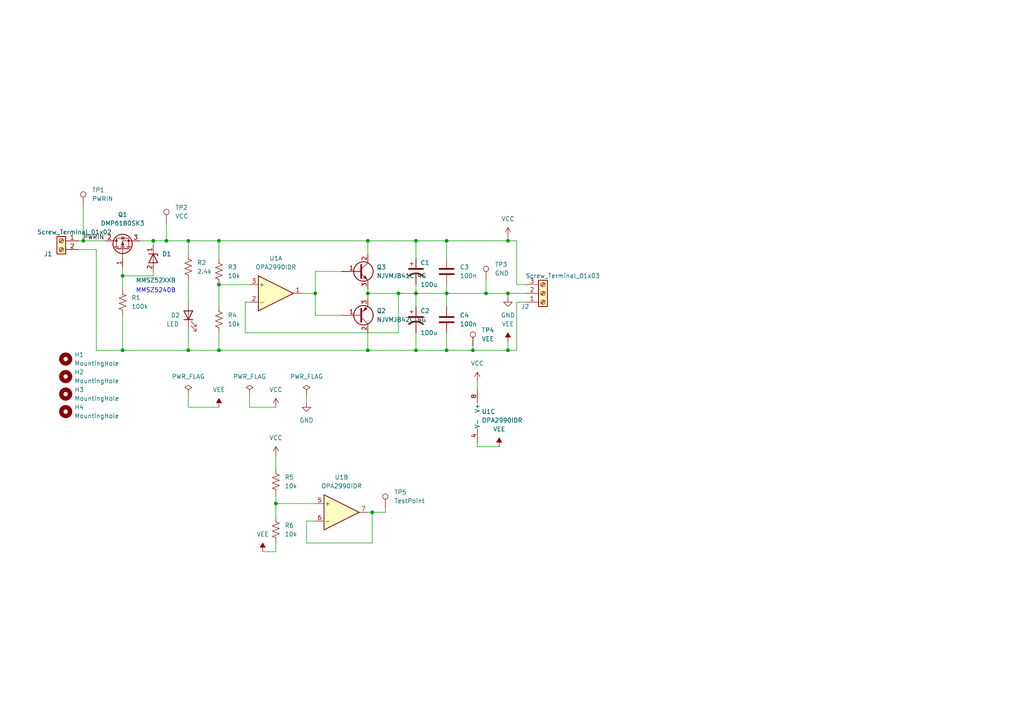
<source format=kicad_sch>
(kicad_sch (version 20231120) (generator "eeschema") (generator_version "8.0")
  (paper "A4")
  (lib_symbols
    (symbol "Connector:Screw_Terminal_01x02" (pin_names (offset 1.016) hide)
      (property "Reference" "J" (at 0 2.54 0))
      (property "Value" "Screw_Terminal_01x02" (at 0 -5.08 0))
      (symbol "Screw_Terminal_01x02_1_1"
        (rectangle (start -1.27 1.27) (end 1.27 -3.81) (stroke (width 0.254)) (fill (type background)))
        (circle (center 0 -2.54) (radius 0.635) (stroke (width 0.1524)))
        (polyline (pts (xy -0.5334 -2.2098) (xy 0.3302 -3.048)) (stroke (width 0.1524)))
        (polyline (pts (xy -0.5334 0.3302) (xy 0.3302 -0.508)) (stroke (width 0.1524)))
        (polyline (pts (xy -0.3556 -2.032) (xy 0.508 -2.8702)) (stroke (width 0.1524)))
        (polyline (pts (xy -0.3556 0.508) (xy 0.508 -0.3302)) (stroke (width 0.1524)))
        (circle (center 0 0) (radius 0.635) (stroke (width 0.1524)))
        (pin passive line (at -5.08 0 0) (length 3.81) (name "Pin_1") (number "1"))
        (pin passive line (at -5.08 -2.54 0) (length 3.81) (name "Pin_2") (number "2"))
      )
    )
    (symbol "Connector:Screw_Terminal_01x03" (pin_names (offset 1.016) hide)
      (property "Reference" "J" (at 0 5.08 0))
      (property "Value" "Screw_Terminal_01x03" (at 0 -5.08 0))
      (symbol "Screw_Terminal_01x03_1_1"
        (rectangle (start -1.27 3.81) (end 1.27 -3.81) (stroke (width 0.254)) (fill (type background)))
        (circle (center 0 -2.54) (radius 0.635) (stroke (width 0.1524)))
        (polyline (pts (xy -0.5334 -2.2098) (xy 0.3302 -3.048)) (stroke (width 0.1524)))
        (polyline (pts (xy -0.5334 0.3302) (xy 0.3302 -0.508)) (stroke (width 0.1524)))
        (polyline (pts (xy -0.5334 2.8702) (xy 0.3302 2.032)) (stroke (width 0.1524)))
        (polyline (pts (xy -0.3556 -2.032) (xy 0.508 -2.8702)) (stroke (width 0.1524)))
        (polyline (pts (xy -0.3556 0.508) (xy 0.508 -0.3302)) (stroke (width 0.1524)))
        (polyline (pts (xy -0.3556 3.048) (xy 0.508 2.2098)) (stroke (width 0.1524)))
        (circle (center 0 0) (radius 0.635) (stroke (width 0.1524)))
        (circle (center 0 2.54) (radius 0.635) (stroke (width 0.1524)))
        (pin passive line (at -5.08 2.54 0) (length 3.81) (name "Pin_1") (number "1"))
        (pin passive line (at -5.08 0 0) (length 3.81) (name "Pin_2") (number "2"))
        (pin passive line (at -5.08 -2.54 0) (length 3.81) (name "Pin_3") (number "3"))
      )
    )
    (symbol "Connector:TestPoint" (pin_numbers hide) (pin_names (offset 0.762) hide)
      (property "Reference" "TP" (at 0 6.858 0))
      (property "Value" "TestPoint" (at 0 5.08 0))
      (symbol "TestPoint_0_1"
        (circle (center 0 3.302) (radius 0.762))
      )
      (symbol "TestPoint_1_1"
        (pin passive line (at 0 0 90) (length 2.54) (name "1") (number "1"))
      )
    )
    (symbol "Device:C" (pin_numbers hide) (pin_names (offset 0.254))
      (property "Reference" "C" (at 0.635 2.54 0))
      (property "Value" "C" (at 0.635 -2.54 0))
      (symbol "C_0_1"
        (polyline (pts (xy -2.032 -0.762) (xy 2.032 -0.762)) (stroke (width 0.508)))
        (polyline (pts (xy -2.032 0.762) (xy 2.032 0.762)) (stroke (width 0.508)))
      )
      (symbol "C_1_1"
        (pin passive line (at 0 3.81 270) (length 2.794) (name "~") (number "1"))
        (pin passive line (at 0 -3.81 90) (length 2.794) (name "~") (number "2"))
      )
    )
    (symbol "Device:C_Polarized_US" (pin_numbers hide) (pin_names (offset 0.254) hide)
      (property "Reference" "C" (at 0.635 2.54 0))
      (property "Value" "C_Polarized_US" (at 0.635 -2.54 0))
      (symbol "C_Polarized_US_0_1"
        (polyline (pts (xy -2.032 0.762) (xy 2.032 0.762)) (stroke (width 0.508)))
        (polyline (pts (xy -1.778 2.286) (xy -0.762 2.286)))
        (polyline (pts (xy -1.27 1.778) (xy -1.27 2.794)))
        (arc (start 2.032 -1.27) (mid 0 -0.5572) (end -2.032 -1.27) (stroke (width 0.508)))
      )
      (symbol "C_Polarized_US_1_1"
        (pin passive line (at 0 3.81 270) (length 2.794) (name "~") (number "1"))
        (pin passive line (at 0 -3.81 90) (length 3.302) (name "~") (number "2"))
      )
    )
    (symbol "Device:LED" (pin_numbers hide) (pin_names (offset 1.016) hide)
      (property "Reference" "D" (at 0 2.54 0))
      (property "Value" "LED" (at 0 -2.54 0))
      (symbol "LED_0_1"
        (polyline (pts (xy -1.27 -1.27) (xy -1.27 1.27)) (stroke (width 0.254)))
        (polyline (pts (xy -1.27 0) (xy 1.27 0)))
        (polyline (pts (xy 1.27 -1.27) (xy 1.27 1.27) (xy -1.27 0) (xy 1.27 -1.27)) (stroke (width 0.254)))
        (polyline (pts (xy -3.048 -0.762) (xy -4.572 -2.286) (xy -3.81 -2.286) (xy -4.572 -2.286) (xy -4.572 -1.524)))
        (polyline (pts (xy -1.778 -0.762) (xy -3.302 -2.286) (xy -2.54 -2.286) (xy -3.302 -2.286) (xy -3.302 -1.524)))
      )
      (symbol "LED_1_1"
        (pin passive line (at -3.81 0 0) (length 2.54) (name "K") (number "1"))
        (pin passive line (at 3.81 0 180) (length 2.54) (name "A") (number "2"))
      )
    )
    (symbol "Device:R_US" (pin_numbers hide) (pin_names (offset 0))
      (property "Reference" "R" (at 2.54 0 90))
      (property "Value" "R_US" (at -2.54 0 90))
      (symbol "R_US_0_1"
        (polyline (pts (xy 0 -2.286) (xy 0 -2.54)))
        (polyline (pts (xy 0 2.286) (xy 0 2.54)))
        (polyline (pts (xy 0 -0.762) (xy 1.016 -1.143) (xy 0 -1.524) (xy -1.016 -1.905) (xy 0 -2.286)))
        (polyline (pts (xy 0 0.762) (xy 1.016 0.381) (xy 0 0) (xy -1.016 -0.381) (xy 0 -0.762)))
        (polyline (pts (xy 0 2.286) (xy 1.016 1.905) (xy 0 1.524) (xy -1.016 1.143) (xy 0 0.762)))
      )
      (symbol "R_US_1_1"
        (pin passive line (at 0 3.81 270) (length 1.27) (name "~") (number "1"))
        (pin passive line (at 0 -3.81 90) (length 1.27) (name "~") (number "2"))
      )
    )
    (symbol "Mechanical:MountingHole" (pin_names (offset 1.016))
      (property "Reference" "H" (at 0 5.08 0))
      (property "Value" "MountingHole" (at 0 3.175 0))
      (symbol "MountingHole_0_1"
        (circle (center 0 0) (radius 1.27) (stroke (width 1.27)))
      )
    )
    (symbol "myparts:DMP6180SK3" (pin_names hide)
      (property "Reference" "Q" (at -6.35 3.81 0))
      (property "Value" "DMP6180SK3" (at -8.89 -5.08 0))
      (symbol "DMP6180SK3_0_1"
        (circle (center -0.889 0) (radius 2.794) (stroke (width 0.254)))
        (circle (center 0 -1.778) (radius 0.254) (fill (type outline)))
        (polyline (pts (xy -2.286 0) (xy -5.08 0)))
        (polyline (pts (xy -2.286 1.905) (xy -2.286 -1.905)) (stroke (width 0.254)))
        (polyline (pts (xy -1.778 -1.27) (xy -1.778 -2.286)) (stroke (width 0.254)))
        (polyline (pts (xy -1.778 0.508) (xy -1.778 -0.508)) (stroke (width 0.254)))
        (polyline (pts (xy -1.778 2.286) (xy -1.778 1.27)) (stroke (width 0.254)))
        (polyline (pts (xy 0 2.54) (xy 0 1.778)))
        (polyline (pts (xy 0 -2.54) (xy 0 0) (xy -1.778 0)))
        (polyline (pts (xy -1.778 1.778) (xy 0.762 1.778) (xy 0.762 -1.778) (xy -1.778 -1.778)))
        (polyline (pts (xy -0.254 0) (xy -1.27 0.381) (xy -1.27 -0.381) (xy -0.254 0)) (fill (type outline)))
        (polyline (pts (xy 0.254 -0.508) (xy 0.381 -0.381) (xy 1.143 -0.381) (xy 1.27 -0.254)))
        (polyline (pts (xy 0.762 -0.381) (xy 0.381 0.254) (xy 1.143 0.254) (xy 0.762 -0.381)))
        (circle (center 0 1.778) (radius 0.254) (fill (type outline)))
      )
      (symbol "DMP6180SK3_1_1"
        (pin input line (at -7.62 0 0) (length 2.54) (name "G") (number "1"))
        (pin passive line (at 0 5.08 270) (length 2.54) (name "D") (number "2"))
        (pin passive line (at 0 -5.08 90) (length 2.54) (name "S") (number "3"))
      )
    )
    (symbol "myparts:MMSZ52XXB" (pin_names hide)
      (property "Reference" "D" (at -7.62 -2.54 0))
      (property "Value" "MMSZ52XXB" (at -2.54 3.81 0))
      (symbol "MMSZ52XXB_0_1"
        (polyline (pts (xy 2.54 0) (xy 0 0)))
        (polyline (pts (xy 0 -1.27) (xy 0 1.27) (xy 0.508 1.27)) (stroke (width 0.254)))
        (polyline (pts (xy 2.54 -1.27) (xy 2.54 1.27) (xy 0 0) (xy 2.54 -1.27)) (stroke (width 0.254)))
      )
      (symbol "MMSZ52XXB_1_1"
        (pin passive line (at -2.54 0 0) (length 2.54) (name "K") (number "1"))
        (pin passive line (at 5.08 0 180) (length 2.54) (name "A") (number "2"))
      )
    )
    (symbol "myparts:NJVMJB41CT4G" (pin_names (offset 0.002) hide)
      (property "Reference" "Q" (at -5.08 -3.81 0))
      (property "Value" "NJVMJB41CT4G" (at -8.89 5.08 0))
      (symbol "NJVMJB41CT4G_0_1"
        (circle (center -1.27 0) (radius 2.8194) (stroke (width 0.254)))
        (polyline (pts (xy -1.905 0.635) (xy 0 2.54)))
        (polyline (pts (xy -1.905 -0.635) (xy 0 -2.54) (xy 0 -2.54)))
        (polyline (pts (xy -1.905 1.905) (xy -1.905 -1.905) (xy -1.905 -1.905)) (stroke (width 0.508)))
        (polyline (pts (xy -1.27 -1.778) (xy -0.762 -1.27) (xy -0.254 -2.286) (xy -1.27 -1.778) (xy -1.27 -1.778)) (fill (type outline)))
      )
      (symbol "NJVMJB41CT4G_1_1"
        (pin input line (at -7.62 0 0) (length 5.715) (name "B") (number "1"))
        (pin passive line (at 0 5.08 270) (length 2.54) (name "C") (number "2"))
        (pin passive line (at 0 -5.08 90) (length 2.54) (name "E") (number "3"))
      )
    )
    (symbol "myparts:NJVMJB42CT4G" (pin_names (offset 0.002) hide)
      (property "Reference" "Q" (at -5.08 -2.54 0))
      (property "Value" "NJVMJB42CT4G" (at -8.89 5.08 0))
      (symbol "NJVMJB42CT4G_0_1"
        (polyline (pts (xy -0.635 0.635) (xy 1.27 2.54)))
        (polyline (pts (xy -0.635 -0.635) (xy 1.27 -2.54) (xy 1.27 -2.54)))
        (polyline (pts (xy -0.635 1.905) (xy -0.635 -1.905) (xy -0.635 -1.905)) (stroke (width 0.508)))
        (polyline (pts (xy 1.016 -1.778) (xy 0.508 -2.286) (xy 0 -1.27) (xy 1.016 -1.778) (xy 1.016 -1.778)) (fill (type outline)))
        (circle (center 0 0) (radius 2.8194) (stroke (width 0.254)))
      )
      (symbol "NJVMJB42CT4G_1_1"
        (pin input line (at -6.35 0 0) (length 5.715) (name "B") (number "1"))
        (pin passive line (at 1.27 5.08 270) (length 2.54) (name "C") (number "2"))
        (pin passive line (at 1.27 -5.08 90) (length 2.54) (name "E") (number "3"))
      )
    )
    (symbol "myparts:OPA2990IDR" (pin_names (offset 0.127))
      (property "Reference" "U" (at 0 5.08 0))
      (property "Value" "OPA2990IDR" (at 0 -5.08 0))
      (symbol "OPA2990IDR_1_1"
        (polyline (pts (xy -5.08 5.08) (xy 5.08 0) (xy -5.08 -5.08) (xy -5.08 5.08)) (stroke (width 0.254)) (fill (type background)))
        (pin output line (at 7.62 0 180) (length 2.54) (name "~") (number "1"))
        (pin input line (at -7.62 -2.54 0) (length 2.54) (name "-") (number "2"))
        (pin input line (at -7.62 2.54 0) (length 2.54) (name "+") (number "3"))
      )
      (symbol "OPA2990IDR_2_1"
        (polyline (pts (xy -5.08 5.08) (xy 5.08 0) (xy -5.08 -5.08) (xy -5.08 5.08)) (stroke (width 0.254)) (fill (type background)))
        (pin input line (at -7.62 2.54 0) (length 2.54) (name "+") (number "5"))
        (pin input line (at -7.62 -2.54 0) (length 2.54) (name "-") (number "6"))
        (pin output line (at 7.62 0 180) (length 2.54) (name "~") (number "7"))
      )
      (symbol "OPA2990IDR_3_1"
        (pin power_in line (at -2.54 -7.62 90) (length 3.81) (name "V-") (number "4"))
        (pin power_in line (at -2.54 7.62 270) (length 3.81) (name "V+") (number "8"))
      )
    )
    (symbol "power:GND" (power) (pin_numbers hide) (pin_names (offset 0) hide)
      (property "Value" "GND" (at 0 -3.81 0))
      (symbol "GND_0_1"
        (polyline (pts (xy 0 0) (xy 0 -1.27) (xy 1.27 -1.27) (xy 0 -2.54) (xy -1.27 -1.27) (xy 0 -1.27)))
      )
      (symbol "GND_1_1"
        (pin power_in line (at 0 0 270) (length 0) (name "~") (number "1"))
      )
    )
    (symbol "power:PWR_FLAG" (power) (pin_numbers hide) (pin_names (offset 0) hide)
      (property "Value" "PWR_FLAG" (at 0 3.81 0))
      (symbol "PWR_FLAG_0_0"
        (pin power_out line (at 0 0 90) (length 0) (name "~") (number "1"))
      )
      (symbol "PWR_FLAG_0_1"
        (polyline (pts (xy 0 0) (xy 0 1.27) (xy -1.016 1.905) (xy 0 2.54) (xy 1.016 1.905) (xy 0 1.27)))
      )
    )
    (symbol "power:VCC" (power) (pin_numbers hide) (pin_names (offset 0) hide)
      (property "Value" "VCC" (at 0 3.556 0))
      (symbol "VCC_0_1"
        (polyline (pts (xy -0.762 1.27) (xy 0 2.54)))
        (polyline (pts (xy 0 0) (xy 0 2.54)))
        (polyline (pts (xy 0 2.54) (xy 0.762 1.27)))
      )
      (symbol "VCC_1_1"
        (pin power_in line (at 0 0 90) (length 0) (name "~") (number "1"))
      )
    )
    (symbol "power:VEE" (power) (pin_numbers hide) (pin_names (offset 0) hide)
      (property "Value" "VEE" (at 0 3.556 0))
      (symbol "VEE_0_1"
        (polyline (pts (xy 0 0) (xy 0 2.54)))
        (polyline (pts (xy 0.762 1.27) (xy -0.762 1.27) (xy 0 2.54) (xy 0.762 1.27)) (fill (type outline)))
      )
      (symbol "VEE_1_1"
        (pin power_in line (at 0 0 90) (length 0) (name "~") (number "1"))
      )
    )
  )
  (junction (at 120.65 69.85))
  (junction (at 63.5 82.55))
  (junction (at 140.97 85.09))
  (junction (at 35.56 80.01))
  (junction (at 24.13 69.85))
  (junction (at 147.32 85.09))
  (junction (at 120.65 85.09))
  (junction (at 106.68 101.6))
  (junction (at 106.68 69.85))
  (junction (at 107.95 148.59))
  (junction (at 35.56 101.6))
  (junction (at 129.54 69.85))
  (junction (at 137.16 101.6))
  (junction (at 48.26 69.85))
  (junction (at 147.32 69.85))
  (junction (at 44.45 69.85))
  (junction (at 54.61 101.6))
  (junction (at 147.32 101.6))
  (junction (at 63.5 101.6))
  (junction (at 106.68 85.09))
  (junction (at 129.54 101.6))
  (junction (at 54.61 69.85))
  (junction (at 91.44 85.09))
  (junction (at 80.01 146.05))
  (junction (at 63.5 69.85))
  (junction (at 129.54 85.09))
  (junction (at 115.57 85.09))
  (junction (at 120.65 101.6))
  (wire (pts (xy 88.9 157.48) (xy 107.95 157.48)))
  (wire (pts (xy 129.54 69.85) (xy 129.54 74.93)))
  (wire (pts (xy 44.45 69.85) (xy 44.45 71.12)))
  (wire (pts (xy 106.68 69.85) (xy 120.65 69.85)))
  (wire (pts (xy 111.76 147.32) (xy 111.76 148.59)))
  (wire (pts (xy 149.86 82.55) (xy 152.4 82.55)))
  (wire (pts (xy 129.54 101.6) (xy 137.16 101.6)))
  (wire (pts (xy 120.65 101.6) (xy 129.54 101.6)))
  (wire (pts (xy 54.61 69.85) (xy 63.5 69.85)))
  (wire (pts (xy 91.44 78.74) (xy 91.44 85.09)))
  (wire (pts (xy 138.43 110.49) (xy 138.43 113.03)))
  (wire (pts (xy 24.13 69.85) (xy 30.48 69.85)))
  (wire (pts (xy 120.65 96.52) (xy 120.65 101.6)))
  (wire (pts (xy 147.32 69.85) (xy 149.86 69.85)))
  (wire (pts (xy 106.68 96.52) (xy 106.68 101.6)))
  (wire (pts (xy 106.68 83.82) (xy 106.68 85.09)))
  (wire (pts (xy 35.56 101.6) (xy 54.61 101.6)))
  (wire (pts (xy 27.94 101.6) (xy 35.56 101.6)))
  (wire (pts (xy 27.94 72.39) (xy 27.94 101.6)))
  (wire (pts (xy 137.16 101.6) (xy 147.32 101.6)))
  (wire (pts (xy 71.12 87.63) (xy 72.39 87.63)))
  (wire (pts (xy 120.65 82.55) (xy 120.65 85.09)))
  (wire (pts (xy 48.26 64.77) (xy 48.26 69.85)))
  (wire (pts (xy 147.32 85.09) (xy 152.4 85.09)))
  (wire (pts (xy 120.65 69.85) (xy 129.54 69.85)))
  (wire (pts (xy 80.01 132.08) (xy 80.01 135.89)))
  (wire (pts (xy 44.45 80.01) (xy 35.56 80.01)))
  (wire (pts (xy 72.39 114.3) (xy 72.39 118.11)))
  (wire (pts (xy 88.9 151.13) (xy 88.9 157.48)))
  (wire (pts (xy 138.43 128.27) (xy 138.43 129.54)))
  (wire (pts (xy 107.95 157.48) (xy 107.95 148.59)))
  (wire (pts (xy 106.68 69.85) (xy 106.68 73.66)))
  (wire (pts (xy 147.32 101.6) (xy 149.86 101.6)))
  (wire (pts (xy 54.61 101.6) (xy 63.5 101.6)))
  (wire (pts (xy 54.61 95.25) (xy 54.61 101.6)))
  (wire (pts (xy 129.54 82.55) (xy 129.54 85.09)))
  (wire (pts (xy 144.78 129.54) (xy 138.43 129.54)))
  (wire (pts (xy 147.32 85.09) (xy 147.32 86.36)))
  (wire (pts (xy 99.06 91.44) (xy 91.44 91.44)))
  (wire (pts (xy 71.12 96.52) (xy 71.12 87.63)))
  (wire (pts (xy 44.45 69.85) (xy 48.26 69.85)))
  (wire (pts (xy 80.01 143.51) (xy 80.01 146.05)))
  (wire (pts (xy 91.44 85.09) (xy 87.63 85.09)))
  (wire (pts (xy 80.01 146.05) (xy 91.44 146.05)))
  (wire (pts (xy 22.86 72.39) (xy 27.94 72.39)))
  (wire (pts (xy 129.54 85.09) (xy 140.97 85.09)))
  (wire (pts (xy 149.86 69.85) (xy 149.86 82.55)))
  (wire (pts (xy 63.5 69.85) (xy 106.68 69.85)))
  (wire (pts (xy 140.97 81.28) (xy 140.97 85.09)))
  (wire (pts (xy 63.5 82.55) (xy 72.39 82.55)))
  (wire (pts (xy 129.54 69.85) (xy 147.32 69.85)))
  (wire (pts (xy 40.64 69.85) (xy 44.45 69.85)))
  (wire (pts (xy 120.65 69.85) (xy 120.65 74.93)))
  (wire (pts (xy 91.44 85.09) (xy 91.44 91.44)))
  (wire (pts (xy 72.39 118.11) (xy 80.01 118.11)))
  (wire (pts (xy 147.32 68.58) (xy 147.32 69.85)))
  (wire (pts (xy 54.61 114.3) (xy 54.61 118.11)))
  (wire (pts (xy 63.5 101.6) (xy 106.68 101.6)))
  (wire (pts (xy 63.5 118.11) (xy 54.61 118.11)))
  (wire (pts (xy 88.9 114.3) (xy 88.9 116.84)))
  (wire (pts (xy 129.54 85.09) (xy 129.54 88.9)))
  (wire (pts (xy 63.5 82.55) (xy 63.5 88.9)))
  (wire (pts (xy 54.61 69.85) (xy 54.61 73.66)))
  (wire (pts (xy 80.01 157.48) (xy 80.01 160.02)))
  (wire (pts (xy 137.16 100.33) (xy 137.16 101.6)))
  (wire (pts (xy 80.01 146.05) (xy 80.01 149.86)))
  (wire (pts (xy 63.5 96.52) (xy 63.5 101.6)))
  (wire (pts (xy 71.12 96.52) (xy 115.57 96.52)))
  (wire (pts (xy 99.06 78.74) (xy 91.44 78.74)))
  (wire (pts (xy 91.44 151.13) (xy 88.9 151.13)))
  (wire (pts (xy 149.86 87.63) (xy 149.86 101.6)))
  (wire (pts (xy 106.68 101.6) (xy 120.65 101.6)))
  (wire (pts (xy 129.54 96.52) (xy 129.54 101.6)))
  (wire (pts (xy 107.95 148.59) (xy 106.68 148.59)))
  (wire (pts (xy 120.65 85.09) (xy 129.54 85.09)))
  (wire (pts (xy 44.45 78.74) (xy 44.45 80.01)))
  (wire (pts (xy 63.5 69.85) (xy 63.5 74.93)))
  (wire (pts (xy 35.56 91.44) (xy 35.56 101.6)))
  (wire (pts (xy 48.26 69.85) (xy 54.61 69.85)))
  (wire (pts (xy 106.68 85.09) (xy 106.68 86.36)))
  (wire (pts (xy 115.57 85.09) (xy 120.65 85.09)))
  (wire (pts (xy 120.65 85.09) (xy 120.65 88.9)))
  (wire (pts (xy 22.86 69.85) (xy 24.13 69.85)))
  (wire (pts (xy 106.68 85.09) (xy 115.57 85.09)))
  (wire (pts (xy 35.56 80.01) (xy 35.56 77.47)))
  (wire (pts (xy 35.56 80.01) (xy 35.56 83.82)))
  (wire (pts (xy 147.32 99.06) (xy 147.32 101.6)))
  (wire (pts (xy 140.97 85.09) (xy 147.32 85.09)))
  (wire (pts (xy 76.2 160.02) (xy 80.01 160.02)))
  (wire (pts (xy 54.61 81.28) (xy 54.61 87.63)))
  (wire (pts (xy 107.95 148.59) (xy 111.76 148.59)))
  (wire (pts (xy 152.4 87.63) (xy 149.86 87.63)))
  (wire (pts (xy 24.13 59.69) (xy 24.13 69.85)))
  (wire (pts (xy 115.57 85.09) (xy 115.57 96.52)))
  (text "MMSZ5240B" (at 39.37 85.09 0) (effects (font (size 1.27 1.27)) (justify left bottom)))
  (label "PWRIN" (at 24.13 69.85 0))
  (symbol (lib_id "power:VCC") (at 80.01 132.08 0) (unit 1)
    (property "Reference" "#PWR04" (effects (hide yes)))
    (property "Value" "VCC" (at 80.01 127 0))
    (property "Description" "Power symbol creates a global label with name \"VCC\"" (effects (hide yes)))
  )
  (symbol (lib_id "Device:R_US") (at 80.01 139.7 0) (unit 1)
    (property "Reference" "R5" (at 82.55 138.4299 0) (effects (justify left)))
    (property "Value" "10k" (at 82.55 140.9699 0) (effects (justify left)))
    (property "Footprint" "Resistor_SMD:R_1206_3216Metric_Pad1.30x1.75mm_HandSolder" (effects (hide yes)))
  )
  (symbol (lib_id "power:PWR_FLAG") (at 54.61 114.3 0) (unit 1)
    (property "Reference" "#FLG01" (effects (hide yes)))
    (property "Value" "PWR_FLAG" (at 54.61 109.22 0))
    (property "Description" "Special symbol for telling ERC where power comes from" (effects (hide yes)))
  )
  (symbol (lib_id "Device:C_Polarized_US") (at 120.65 78.74 0) (unit 1)
    (property "Reference" "C1" (at 121.92 76.2 0) (effects (justify left)))
    (property "Value" "100u" (at 121.92 82.55 0) (effects (justify left)))
    (property "Footprint" "Capacitor_SMD:CP_Elec_8x10.5" (effects (hide yes)))
  )
  (symbol (lib_id "myparts:OPA2990IDR") (at 80.01 85.09 0) (unit 1) (exclude_from_sim yes)
    (property "Reference" "U1" (at 80.01 74.93 0))
    (property "Value" "OPA2990IDR" (at 80.01 77.47 0))
    (property "Footprint" "Package_SO:SOIC-8_3.9x4.9mm_P1.27mm" (effects (hide yes)))
    (property "Datasheet" "http://www.ti.com/lit/ds/symlink/lm358.pdf" (effects (hide yes)))
    (property "Description" "Dual Operational Amplifiers, DIP-8/SOIC-8/TSSOP-8/VSSOP-8" (effects (hide yes)))
  )
  (symbol (lib_id "myparts:MMSZ52XXB") (at 44.45 73.66 270) (unit 1) (exclude_from_sim yes)
    (property "Reference" "D1" (at 46.99 73.6599 90) (effects (justify left)))
    (property "Value" "MMSZ52XXB" (at 39.37 81.28 90) (effects (justify left)))
    (property "Footprint" "Diode_SMD:D_SOD-123" (effects (hide yes)))
  )
  (symbol (lib_id "Device:R_US") (at 35.56 87.63 0) (unit 1)
    (property "Reference" "R1" (at 38.1 86.3599 0) (effects (justify left)))
    (property "Value" "100k" (at 38.1 88.8999 0) (effects (justify left)))
    (property "Footprint" "Resistor_SMD:R_1206_3216Metric_Pad1.30x1.75mm_HandSolder" (effects (hide yes)))
  )
  (symbol (lib_id "Connector:TestPoint") (at 48.26 64.77 0) (unit 1) (exclude_from_sim yes)
    (property "Reference" "TP2" (at 50.8 60.198 0) (effects (justify left)))
    (property "Value" "VCC" (at 50.8 62.738 0) (effects (justify left)))
    (property "Footprint" "TestPoint:TestPoint_THTPad_D2.0mm_Drill1.0mm" (effects (hide yes)))
  )
  (symbol (lib_id "power:VCC") (at 138.43 110.49 0) (unit 1)
    (property "Reference" "#PWR02" (effects (hide yes)))
    (property "Value" "VCC" (at 138.43 105.41 0))
    (property "Description" "Power symbol creates a global label with name \"VCC\"" (effects (hide yes)))
  )
  (symbol (lib_id "Connector:TestPoint") (at 140.97 81.28 0) (unit 1) (exclude_from_sim yes)
    (property "Reference" "TP3" (at 143.51 76.708 0) (effects (justify left)))
    (property "Value" "GND" (at 143.51 79.248 0) (effects (justify left)))
    (property "Footprint" "TestPoint:TestPoint_THTPad_D2.0mm_Drill1.0mm" (effects (hide yes)))
  )
  (symbol (lib_id "power:VEE") (at 76.2 160.02 0) (unit 1)
    (property "Reference" "#PWR08" (effects (hide yes)))
    (property "Value" "VEE" (at 76.2 154.94 0))
    (property "Description" "Power symbol creates a global label with name \"VEE\"" (effects (hide yes)))
  )
  (symbol (lib_id "Connector:TestPoint") (at 111.76 147.32 0) (unit 1) (exclude_from_sim yes)
    (property "Reference" "TP5" (at 114.3 142.7479 0) (effects (justify left)))
    (property "Value" "TestPoint" (at 114.3 145.2879 0) (effects (justify left)))
    (property "Footprint" "TestPoint:TestPoint_THTPad_D2.0mm_Drill1.0mm" (effects (hide yes)))
    (property "Description" "test point" (effects (hide yes)))
  )
  (symbol (lib_id "myparts:OPA2990IDR") (at 99.06 148.59 0) (unit 2) (exclude_from_sim yes)
    (property "Reference" "U1" (at 99.06 138.43 0))
    (property "Value" "OPA2990IDR" (at 99.06 140.97 0))
    (property "Footprint" "Package_SO:SOIC-8_3.9x4.9mm_P1.27mm" (effects (hide yes)))
    (property "Datasheet" "http://www.ti.com/lit/ds/symlink/lm358.pdf" (effects (hide yes)))
    (property "Description" "Dual Operational Amplifiers, DIP-8/SOIC-8/TSSOP-8/VSSOP-8" (effects (hide yes)))
  )
  (symbol (lib_id "Device:R_US") (at 63.5 92.71 0) (unit 1)
    (property "Reference" "R4" (at 66.04 91.4399 0) (effects (justify left)))
    (property "Value" "10k" (at 66.04 93.9799 0) (effects (justify left)))
    (property "Footprint" "Resistor_SMD:R_1206_3216Metric_Pad1.30x1.75mm_HandSolder" (effects (hide yes)))
  )
  (symbol (lib_id "Mechanical:MountingHole") (at 19.05 119.38 0) (unit 1) (exclude_from_sim yes)
    (property "Reference" "H4" (at 21.59 118.11 0) (effects (justify left)))
    (property "Value" "MountingHole" (at 21.59 120.65 0) (effects (justify left)))
    (property "Footprint" "MountingHole:MountingHole_3.2mm_M3" (effects (hide yes)))
  )
  (symbol (lib_id "Connector:TestPoint") (at 24.13 59.69 0) (unit 1) (exclude_from_sim yes)
    (property "Reference" "TP1" (at 26.67 55.118 0) (effects (justify left)))
    (property "Value" "PWRIN" (at 26.67 57.658 0) (effects (justify left)))
    (property "Footprint" "TestPoint:TestPoint_THTPad_D2.0mm_Drill1.0mm" (effects (hide yes)))
  )
  (symbol (lib_id "Device:C") (at 129.54 78.74 0) (unit 1)
    (property "Reference" "C3" (at 133.35 77.4699 0) (effects (justify left)))
    (property "Value" "100n" (at 133.35 80.0099 0) (effects (justify left)))
    (property "Footprint" "Capacitor_SMD:C_1206_3216Metric_Pad1.33x1.80mm_HandSolder" (effects (hide yes)))
  )
  (symbol (lib_id "Connector:Screw_Terminal_01x02") (at 17.78 69.85 0) (mirror y) (unit 1) (exclude_from_sim yes)
    (property "Reference" "J1" (at 13.97 73.66 0))
    (property "Value" "Screw_Terminal_01x02" (at 21.59 67.31 0))
    (property "Footprint" "TerminalBlock:TerminalBlock_Altech_AK300-2_P5.00mm" (effects (hide yes)))
  )
  (symbol (lib_id "myparts:OPA2990IDR") (at 140.97 120.65 0) (unit 3) (exclude_from_sim yes)
    (property "Reference" "U1" (at 139.7 119.3799 0) (effects (justify left)))
    (property "Value" "OPA2990IDR" (at 139.7 121.9199 0) (effects (justify left)))
    (property "Footprint" "Package_SO:SOIC-8_3.9x4.9mm_P1.27mm" (effects (hide yes)))
    (property "Datasheet" "http://www.ti.com/lit/ds/symlink/lm358.pdf" (effects (hide yes)))
    (property "Description" "Dual Operational Amplifiers, DIP-8/SOIC-8/TSSOP-8/VSSOP-8" (effects (hide yes)))
  )
  (symbol (lib_id "Mechanical:MountingHole") (at 19.05 104.14 0) (unit 1) (exclude_from_sim yes)
    (property "Reference" "H1" (at 21.59 102.87 0) (effects (justify left)))
    (property "Value" "MountingHole" (at 21.59 105.41 0) (effects (justify left)))
    (property "Footprint" "MountingHole:MountingHole_3.2mm_M3" (effects (hide yes)))
  )
  (symbol (lib_id "myparts:NJVMJB41CT4G") (at 106.68 78.74 0) (unit 1) (exclude_from_sim yes)
    (property "Reference" "Q3" (at 109.22 77.47 0) (effects (justify left)))
    (property "Value" "NJVMJB41CT4G" (at 109.22 80.01 0) (effects (justify left)))
    (property "Footprint" "Package_TO_SOT_SMD:TO-263-2" (effects (hide yes)))
  )
  (symbol (lib_id "Connector:TestPoint") (at 137.16 100.33 0) (unit 1) (exclude_from_sim yes)
    (property "Reference" "TP4" (at 139.7 95.758 0) (effects (justify left)))
    (property "Value" "VEE" (at 139.7 98.298 0) (effects (justify left)))
    (property "Footprint" "TestPoint:TestPoint_THTPad_D2.0mm_Drill1.0mm" (effects (hide yes)))
  )
  (symbol (lib_id "power:PWR_FLAG") (at 88.9 114.3 0) (unit 1)
    (property "Reference" "#FLG03" (effects (hide yes)))
    (property "Value" "PWR_FLAG" (at 88.9 109.22 0))
    (property "Description" "Special symbol for telling ERC where power comes from" (effects (hide yes)))
  )
  (symbol (lib_id "Connector:Screw_Terminal_01x03") (at 157.48 85.09 0) (mirror x) (unit 1) (exclude_from_sim yes)
    (property "Reference" "J2" (at 151.13 88.9 0) (effects (justify left)))
    (property "Value" "Screw_Terminal_01x03" (at 152.4 80.01 0) (effects (justify left)))
    (property "Footprint" "TerminalBlock:TerminalBlock_Altech_AK300-3_P5.00mm" (effects (hide yes)))
  )
  (symbol (lib_id "myparts:DMP6180SK3") (at 35.56 69.85 90) (unit 1) (exclude_from_sim yes)
    (property "Reference" "Q1" (at 35.56 62.23 90))
    (property "Value" "DMP6180SK3" (at 35.56 64.77 90))
    (property "Footprint" "Package_TO_SOT_SMD:TO-252-2" (effects (hide yes)))
  )
  (symbol (lib_id "Device:R_US") (at 63.5 78.74 0) (unit 1)
    (property "Reference" "R3" (at 66.04 77.4699 0) (effects (justify left)))
    (property "Value" "10k" (at 66.04 80.0099 0) (effects (justify left)))
    (property "Footprint" "Resistor_SMD:R_1206_3216Metric_Pad1.30x1.75mm_HandSolder" (effects (hide yes)))
  )
  (symbol (lib_id "power:PWR_FLAG") (at 72.39 114.3 0) (unit 1)
    (property "Reference" "#FLG02" (effects (hide yes)))
    (property "Value" "PWR_FLAG" (at 72.39 109.22 0))
    (property "Description" "Special symbol for telling ERC where power comes from" (effects (hide yes)))
  )
  (symbol (lib_id "Device:LED") (at 54.61 91.44 90) (unit 1) (exclude_from_sim yes)
    (property "Reference" "D2" (at 49.53 91.44 90) (effects (justify right)))
    (property "Value" "LED" (at 48.26 93.98 90) (effects (justify right)))
    (property "Footprint" "LED_SMD:LED_1206_3216Metric_Pad1.42x1.75mm_HandSolder" (effects (hide yes)))
  )
  (symbol (lib_id "myparts:NJVMJB42CT4G") (at 105.41 91.44 0) (mirror x) (unit 1) (exclude_from_sim yes)
    (property "Reference" "Q2" (at 109.22 90.17 0) (effects (justify left)))
    (property "Value" "NJVMJB42CT4G" (at 109.22 92.71 0) (effects (justify left)))
    (property "Footprint" "Package_TO_SOT_SMD:TO-263-2" (effects (hide yes)))
  )
  (symbol (lib_id "power:VCC") (at 147.32 68.58 0) (unit 1)
    (property "Reference" "#PWR01" (effects (hide yes)))
    (property "Value" "VCC" (at 147.32 63.5 0))
    (property "Description" "Power symbol creates a global label with name \"VCC\"" (effects (hide yes)))
  )
  (symbol (lib_id "power:GND") (at 88.9 116.84 0) (unit 1)
    (property "Reference" "#PWR03" (effects (hide yes)))
    (property "Value" "GND" (at 88.9 121.92 0))
    (property "Description" "Power symbol creates a global label with name \"GND\" , ground" (effects (hide yes)))
  )
  (symbol (lib_id "Mechanical:MountingHole") (at 19.05 109.22 0) (unit 1) (exclude_from_sim yes)
    (property "Reference" "H2" (at 21.59 107.95 0) (effects (justify left)))
    (property "Value" "MountingHole" (at 21.59 110.49 0) (effects (justify left)))
    (property "Footprint" "MountingHole:MountingHole_3.2mm_M3" (effects (hide yes)))
  )
  (symbol (lib_id "Device:C") (at 129.54 92.71 0) (unit 1)
    (property "Reference" "C4" (at 133.35 91.4399 0) (effects (justify left)))
    (property "Value" "100n" (at 133.35 93.9799 0) (effects (justify left)))
    (property "Footprint" "Capacitor_SMD:C_1206_3216Metric_Pad1.33x1.80mm_HandSolder" (effects (hide yes)))
  )
  (symbol (lib_id "Device:C_Polarized_US") (at 120.65 92.71 0) (unit 1)
    (property "Reference" "C2" (at 121.92 90.17 0) (effects (justify left)))
    (property "Value" "100u" (at 121.92 96.52 0) (effects (justify left)))
    (property "Footprint" "Capacitor_SMD:CP_Elec_8x10.5" (effects (hide yes)))
  )
  (symbol (lib_id "power:VEE") (at 63.5 118.11 0) (unit 1)
    (property "Reference" "#PWR07" (effects (hide yes)))
    (property "Value" "VEE" (at 63.5 113.03 0))
    (property "Description" "Power symbol creates a global label with name \"VEE\"" (effects (hide yes)))
  )
  (symbol (lib_id "Device:R_US") (at 54.61 77.47 0) (unit 1)
    (property "Reference" "R2" (at 57.15 76.1999 0) (effects (justify left)))
    (property "Value" "2.4k" (at 57.15 78.7399 0) (effects (justify left)))
    (property "Footprint" "Resistor_SMD:R_1206_3216Metric_Pad1.30x1.75mm_HandSolder" (effects (hide yes)))
  )
  (symbol (lib_id "Mechanical:MountingHole") (at 19.05 114.3 0) (unit 1) (exclude_from_sim yes)
    (property "Reference" "H3" (at 21.59 113.03 0) (effects (justify left)))
    (property "Value" "MountingHole" (at 21.59 115.57 0) (effects (justify left)))
    (property "Footprint" "MountingHole:MountingHole_3.2mm_M3" (effects (hide yes)))
  )
  (symbol (lib_id "power:VCC") (at 80.01 118.11 0) (unit 1)
    (property "Reference" "#PWR06" (effects (hide yes)))
    (property "Value" "VCC" (at 80.01 113.03 0))
    (property "Description" "Power symbol creates a global label with name \"VCC\"" (effects (hide yes)))
  )
  (symbol (lib_id "Device:R_US") (at 80.01 153.67 0) (unit 1)
    (property "Reference" "R6" (at 82.55 152.3999 0) (effects (justify left)))
    (property "Value" "10k" (at 82.55 154.9399 0) (effects (justify left)))
    (property "Footprint" "Resistor_SMD:R_1206_3216Metric_Pad1.30x1.75mm_HandSolder" (effects (hide yes)))
  )
  (symbol (lib_id "power:VEE") (at 144.78 129.54 0) (unit 1)
    (property "Reference" "#PWR010" (effects (hide yes)))
    (property "Value" "VEE" (at 144.78 124.46 0))
    (property "Description" "Power symbol creates a global label with name \"VEE\"" (effects (hide yes)))
  )
  (symbol (lib_id "power:VEE") (at 147.32 99.06 0) (unit 1)
    (property "Reference" "#PWR09" (effects (hide yes)))
    (property "Value" "VEE" (at 147.32 93.98 0))
    (property "Description" "Power symbol creates a global label with name \"VEE\"" (effects (hide yes)))
  )
  (symbol (lib_id "power:GND") (at 147.32 86.36 0) (unit 1)
    (property "Reference" "#PWR05" (effects (hide yes)))
    (property "Value" "GND" (at 147.32 91.44 0))
    (property "Description" "Power symbol creates a global label with name \"GND\" , ground" (effects (hide yes)))
  )
)
</source>
